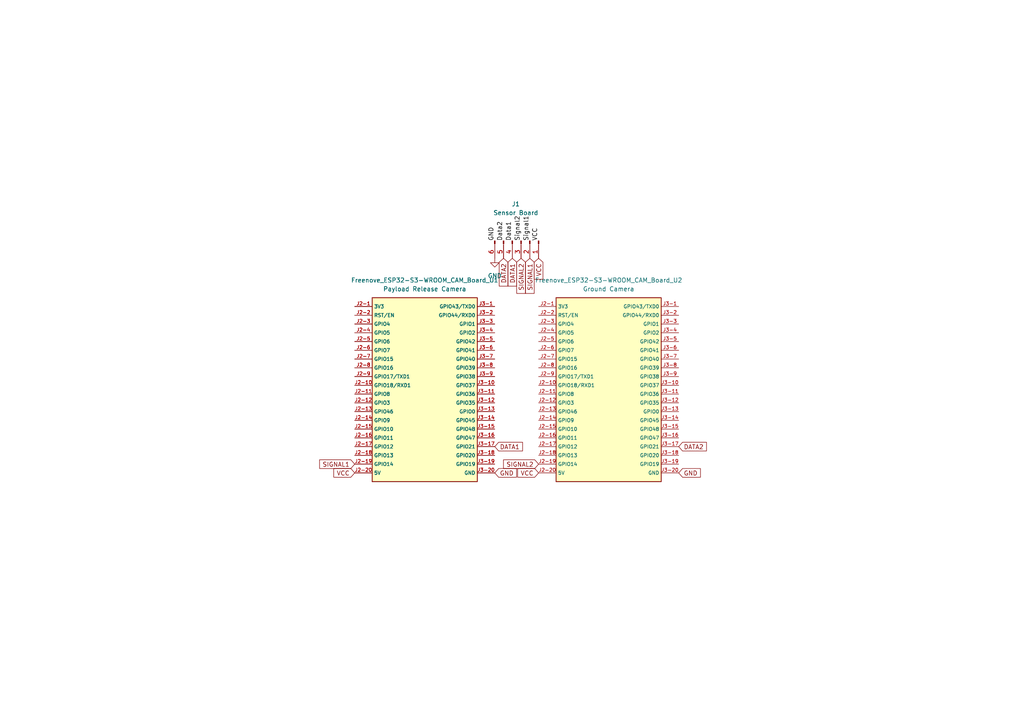
<source format=kicad_sch>
(kicad_sch (version 20231120) (generator "eeschema") (generator_version "8.0")
  (paper "A4")
  (lib_symbols
    (symbol "Connector:Conn_01x06_Pin" (pin_names (offset 1.016) hide)
      (property "Reference" "J" (at 0 7.62 0))
      (property "Value" "Conn_01x06_Pin" (at 0 -10.16 0))
      (symbol "Conn_01x06_Pin_1_1"
        (polyline (pts (xy 1.27 -7.62) (xy 0.8636 -7.62)) (stroke (width 0.1524)))
        (polyline (pts (xy 1.27 -5.08) (xy 0.8636 -5.08)) (stroke (width 0.1524)))
        (polyline (pts (xy 1.27 -2.54) (xy 0.8636 -2.54)) (stroke (width 0.1524)))
        (polyline (pts (xy 1.27 0) (xy 0.8636 0)) (stroke (width 0.1524)))
        (polyline (pts (xy 1.27 2.54) (xy 0.8636 2.54)) (stroke (width 0.1524)))
        (polyline (pts (xy 1.27 5.08) (xy 0.8636 5.08)) (stroke (width 0.1524)))
        (rectangle (start 0.8636 -7.493) (end 0 -7.747) (stroke (width 0.1524)) (fill (type outline)))
        (rectangle (start 0.8636 -4.953) (end 0 -5.207) (stroke (width 0.1524)) (fill (type outline)))
        (rectangle (start 0.8636 -2.413) (end 0 -2.667) (stroke (width 0.1524)) (fill (type outline)))
        (rectangle (start 0.8636 0.127) (end 0 -0.127) (stroke (width 0.1524)) (fill (type outline)))
        (rectangle (start 0.8636 2.667) (end 0 2.413) (stroke (width 0.1524)) (fill (type outline)))
        (rectangle (start 0.8636 5.207) (end 0 4.953) (stroke (width 0.1524)) (fill (type outline)))
        (pin passive line (at 5.08 5.08 180) (length 3.81) (name "Pin_1") (number "1"))
        (pin passive line (at 5.08 2.54 180) (length 3.81) (name "Pin_2") (number "2"))
        (pin passive line (at 5.08 0 180) (length 3.81) (name "Pin_3") (number "3"))
        (pin passive line (at 5.08 -2.54 180) (length 3.81) (name "Pin_4") (number "4"))
        (pin passive line (at 5.08 -5.08 180) (length 3.81) (name "Pin_5") (number "5"))
        (pin passive line (at 5.08 -7.62 180) (length 3.81) (name "Pin_6") (number "6"))
      )
    )
    (symbol "Custom_Modules:Freenove_ESP32-S3-WROOM_CAM_Board"
      (property "Reference" "U" (at 0 26.67 0))
      (symbol "Freenove_ESP32-S3-WROOM_CAM_Board_0_0"
        (rectangle (start -15.24 25.4) (end 15.24 -27.94) (stroke (width 0.254)) (fill (type background)))
        (pin power_in line (at -20.32 22.86 0) (length 5.08) (name "3V3") (number "J2-1"))
      )
      (symbol "Freenove_ESP32-S3-WROOM_CAM_Board_1_0"
        (pin bidirectional line (at -20.32 0 0) (length 5.08) (name "GPIO18/RXD1") (number "J2-10"))
        (pin bidirectional line (at -20.32 -2.54 0) (length 5.08) (name "GPIO8") (number "J2-11"))
        (pin bidirectional line (at -20.32 -5.08 0) (length 5.08) (name "GPIO3") (number "J2-12"))
        (pin bidirectional line (at -20.32 -7.62 0) (length 5.08) (name "GPIO46") (number "J2-13"))
        (pin bidirectional line (at -20.32 -10.16 0) (length 5.08) (name "GPIO9") (number "J2-14"))
        (pin bidirectional line (at -20.32 -12.7 0) (length 5.08) (name "GPIO10") (number "J2-15"))
        (pin bidirectional line (at -20.32 -15.24 0) (length 5.08) (name "GPIO11") (number "J2-16"))
        (pin bidirectional line (at -20.32 -17.78 0) (length 5.08) (name "GPIO12") (number "J2-17"))
        (pin bidirectional line (at -20.32 -20.32 0) (length 5.08) (name "GPIO13") (number "J2-18"))
        (pin bidirectional line (at -20.32 -22.86 0) (length 5.08) (name "GPIO14") (number "J2-19"))
        (pin input line (at -20.32 20.32 0) (length 5.08) (name "RST/EN") (number "J2-2"))
        (pin power_in line (at -20.32 -25.4 0) (length 5.08) (name "5V") (number "J2-20"))
        (pin bidirectional line (at -20.32 17.78 0) (length 5.08) (name "GPIO4") (number "J2-3"))
        (pin bidirectional line (at -20.32 15.24 0) (length 5.08) (name "GPIO5") (number "J2-4"))
        (pin bidirectional line (at -20.32 12.7 0) (length 5.08) (name "GPIO6") (number "J2-5"))
        (pin bidirectional line (at -20.32 10.16 0) (length 5.08) (name "GPIO7") (number "J2-6"))
        (pin bidirectional line (at -20.32 7.62 0) (length 5.08) (name "GPIO15") (number "J2-7"))
        (pin bidirectional line (at -20.32 5.08 0) (length 5.08) (name "GPIO16") (number "J2-8"))
        (pin bidirectional line (at -20.32 2.54 0) (length 5.08) (name "GPIO17/TXD1") (number "J2-9"))
        (pin bidirectional line (at 20.32 22.86 180) (length 5.08) (name "GPIO43/TXD0") (number "J3-1"))
        (pin bidirectional line (at 20.32 0 180) (length 5.08) (name "GPIO37") (number "J3-10"))
        (pin bidirectional line (at 20.32 -2.54 180) (length 5.08) (name "GPIO36") (number "J3-11"))
        (pin bidirectional line (at 20.32 -5.08 180) (length 5.08) (name "GPIO35") (number "J3-12"))
        (pin bidirectional line (at 20.32 -7.62 180) (length 5.08) (name "GPIO0") (number "J3-13"))
        (pin bidirectional line (at 20.32 -10.16 180) (length 5.08) (name "GPIO45") (number "J3-14"))
        (pin bidirectional line (at 20.32 -12.7 180) (length 5.08) (name "GPIO48") (number "J3-15"))
        (pin bidirectional line (at 20.32 -15.24 180) (length 5.08) (name "GPIO47") (number "J3-16"))
        (pin bidirectional line (at 20.32 -17.78 180) (length 5.08) (name "GPIO21") (number "J3-17"))
        (pin bidirectional line (at 20.32 -20.32 180) (length 5.08) (name "GPIO20") (number "J3-18"))
        (pin bidirectional line (at 20.32 -22.86 180) (length 5.08) (name "GPIO19") (number "J3-19"))
        (pin bidirectional line (at 20.32 20.32 180) (length 5.08) (name "GPIO44/RXD0") (number "J3-2"))
        (pin power_in line (at 20.32 -25.4 180) (length 5.08) (name "GND") (number "J3-20"))
        (pin bidirectional line (at 20.32 17.78 180) (length 5.08) (name "GPIO1") (number "J3-3"))
        (pin bidirectional line (at 20.32 15.24 180) (length 5.08) (name "GPIO2") (number "J3-4"))
        (pin bidirectional line (at 20.32 12.7 180) (length 5.08) (name "GPIO42") (number "J3-5"))
        (pin bidirectional line (at 20.32 10.16 180) (length 5.08) (name "GPIO41") (number "J3-6"))
        (pin bidirectional line (at 20.32 7.62 180) (length 5.08) (name "GPIO40") (number "J3-7"))
        (pin bidirectional line (at 20.32 5.08 180) (length 5.08) (name "GPIO39") (number "J3-8"))
        (pin bidirectional line (at 20.32 2.54 180) (length 5.08) (name "GPIO38") (number "J3-9"))
      )
    )
    (symbol "power:GND" (power) (pin_numbers hide) (pin_names (offset 0) hide)
      (property "Value" "GND" (at 0 -3.81 0))
      (symbol "GND_0_1"
        (polyline (pts (xy 0 0) (xy 0 -1.27) (xy 1.27 -1.27) (xy 0 -2.54) (xy -1.27 -1.27) (xy 0 -1.27)))
      )
      (symbol "GND_1_1"
        (pin power_in line (at 0 0 270) (length 0) (name "~") (number "1"))
      )
    )
  )
  (label "Signal2" (at 151.13 69.85 90))
  (label "Data1" (at 148.59 69.85 90))
  (label "Data2" (at 146.05 69.85 90))
  (label "VCC" (at 156.21 69.85 90))
  (label "Signal1" (at 153.67 69.85 90))
  (label "GND" (at 143.51 69.85 90))
  (global_label "DATA2" (shape input) (at 196.85 129.54 0) (property "Intersheetrefs" "${INTERSHEET_REFS}" (effects (hide yes))))
  (global_label "VCC" (shape input) (at 156.21 137.16 180) (property "Intersheetrefs" "${INTERSHEET_REFS}" (effects (hide yes))))
  (global_label "SIGNAL1" (shape input) (at 153.67 74.93 270) (property "Intersheetrefs" "${INTERSHEET_REFS}" (effects (hide yes))))
  (global_label "DATA1" (shape input) (at 143.51 129.54 0) (property "Intersheetrefs" "${INTERSHEET_REFS}" (effects (hide yes))))
  (global_label "SIGNAL1" (shape input) (at 102.87 134.62 180) (property "Intersheetrefs" "${INTERSHEET_REFS}" (effects (hide yes))))
  (global_label "VCC" (shape input) (at 102.87 137.16 180) (property "Intersheetrefs" "${INTERSHEET_REFS}" (effects (hide yes))))
  (global_label "GND" (shape input) (at 143.51 137.16 0) (property "Intersheetrefs" "${INTERSHEET_REFS}" (effects (hide yes))))
  (global_label "VCC" (shape input) (at 156.21 74.93 270) (property "Intersheetrefs" "${INTERSHEET_REFS}" (effects (hide yes))))
  (global_label "GND" (shape input) (at 196.85 137.16 0) (property "Intersheetrefs" "${INTERSHEET_REFS}" (effects (hide yes))))
  (global_label "SIGNAL2" (shape input) (at 151.13 74.93 270) (property "Intersheetrefs" "${INTERSHEET_REFS}" (effects (hide yes))))
  (global_label "DATA2" (shape input) (at 146.05 74.93 270) (property "Intersheetrefs" "${INTERSHEET_REFS}" (effects (hide yes))))
  (global_label "DATA1" (shape input) (at 148.59 74.93 270) (property "Intersheetrefs" "${INTERSHEET_REFS}" (effects (hide yes))))
  (global_label "SIGNAL2" (shape input) (at 156.21 134.62 180) (property "Intersheetrefs" "${INTERSHEET_REFS}" (effects (hide yes))))
  (symbol (lib_id "power:GND") (at 143.51 74.93 0) (unit 1)
    (property "Reference" "#PWR01" (effects (hide yes)))
    (property "Value" "GND" (at 143.51 80.01 0))
    (property "Description" "Power symbol creates a global label with name \"GND\" , ground" (effects (hide yes)))
  )
  (symbol (lib_id "Custom_Modules:Freenove_ESP32-S3-WROOM_CAM_Board") (at 176.53 111.76 0) (unit 1)
    (property "Reference" "Freenove_ESP32-S3-WROOM_CAM_Board_U2" (at 176.53 81.28 0))
    (property "Value" "Ground Camera" (at 176.53 83.82 0))
    (property "Footprint" "Custom_Footprints:Freenove_ESP32-S3-WROOM_CAM_Board" (effects (hide yes)))
  )
  (symbol (lib_id "Connector:Conn_01x06_Pin") (at 151.13 69.85 270) (unit 1)
    (property "Reference" "J1" (at 149.606 59.182 90))
    (property "Value" "Sensor Board" (at 149.606 61.722 90))
    (property "Footprint" "Connector_JST:JST_PH_B6B-PH-K_1x06_P2.00mm_Vertical" (effects (hide yes)))
    (property "Description" "Generic connector, single row, 01x06, script generated" (effects (hide yes)))
  )
  (symbol (lib_id "Custom_Modules:Freenove_ESP32-S3-WROOM_CAM_Board") (at 123.19 111.76 0) (unit 1)
    (property "Reference" "Freenove_ESP32-S3-WROOM_CAM_Board_U1" (at 123.19 81.28 0))
    (property "Value" "Payload Release Camera" (at 123.19 83.82 0))
    (property "Footprint" "Custom_Footprints:Freenove_ESP32-S3-WROOM_CAM_Board" (effects (hide yes)))
  )
)
</source>
